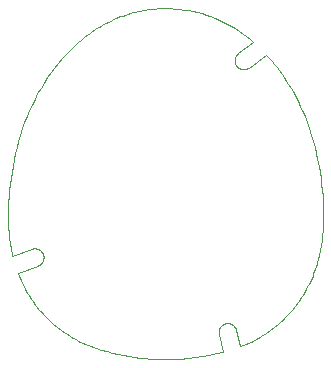
<source format=gbr>
G04 (created by PCBNEW (2013-07-07 BZR 4022)-stable) date 16-09-2014 20:10:18*
%MOIN*%
G04 Gerber Fmt 3.4, Leading zero omitted, Abs format*
%FSLAX34Y34*%
G01*
G70*
G90*
G04 APERTURE LIST*
%ADD10C,0.00590551*%
%ADD11C,0.000393701*%
G04 APERTURE END LIST*
G54D10*
G54D11*
X-4930Y-2984D02*
X-4263Y-2739D01*
X-4263Y-2739D02*
X-4253Y-2735D01*
X-4253Y-2735D02*
X-4244Y-2731D01*
X-4244Y-2731D02*
X-4234Y-2727D01*
X-4234Y-2727D02*
X-4225Y-2722D01*
X-4225Y-2722D02*
X-4216Y-2717D01*
X-4216Y-2717D02*
X-4207Y-2712D01*
X-4207Y-2712D02*
X-4199Y-2706D01*
X-4199Y-2706D02*
X-4190Y-2700D01*
X-4190Y-2700D02*
X-4182Y-2694D01*
X-4182Y-2694D02*
X-4174Y-2687D01*
X-4174Y-2687D02*
X-4166Y-2681D01*
X-4166Y-2681D02*
X-4159Y-2673D01*
X-4159Y-2673D02*
X-4152Y-2666D01*
X-4152Y-2666D02*
X-4145Y-2659D01*
X-4145Y-2659D02*
X-4138Y-2651D01*
X-4138Y-2651D02*
X-4132Y-2643D01*
X-4132Y-2643D02*
X-4125Y-2635D01*
X-4125Y-2635D02*
X-4119Y-2626D01*
X-4119Y-2626D02*
X-4114Y-2617D01*
X-4114Y-2617D02*
X-4109Y-2609D01*
X-4109Y-2609D02*
X-4104Y-2600D01*
X-4104Y-2600D02*
X-4099Y-2590D01*
X-4099Y-2590D02*
X-4095Y-2581D01*
X-4095Y-2581D02*
X-4091Y-2572D01*
X-4091Y-2572D02*
X-4087Y-2562D01*
X-4087Y-2562D02*
X-4084Y-2552D01*
X-4084Y-2552D02*
X-4081Y-2542D01*
X-4081Y-2542D02*
X-4078Y-2532D01*
X-4078Y-2532D02*
X-4076Y-2522D01*
X-4076Y-2522D02*
X-4074Y-2512D01*
X-4074Y-2512D02*
X-4072Y-2502D01*
X-4072Y-2502D02*
X-4071Y-2492D01*
X-4071Y-2492D02*
X-4070Y-2482D01*
X-4070Y-2482D02*
X-4070Y-2471D01*
X-4070Y-2471D02*
X-4070Y-2461D01*
X-4070Y-2461D02*
X-4070Y-2451D01*
X-4070Y-2451D02*
X-4070Y-2440D01*
X-4070Y-2440D02*
X-4071Y-2430D01*
X-4071Y-2430D02*
X-4073Y-2420D01*
X-4073Y-2420D02*
X-4074Y-2410D01*
X-4074Y-2410D02*
X-4076Y-2400D01*
X-4076Y-2400D02*
X-4078Y-2390D01*
X-4078Y-2390D02*
X-4081Y-2380D01*
X-4081Y-2380D02*
X-4084Y-2370D01*
X-4084Y-2370D02*
X-4088Y-2360D01*
X-4088Y-2360D02*
X-4091Y-2350D01*
X-4091Y-2350D02*
X-4095Y-2341D01*
X-4095Y-2341D02*
X-4100Y-2332D01*
X-4100Y-2332D02*
X-4104Y-2323D01*
X-4104Y-2323D02*
X-4109Y-2314D01*
X-4109Y-2314D02*
X-4115Y-2305D01*
X-4115Y-2305D02*
X-4120Y-2296D01*
X-4120Y-2296D02*
X-4126Y-2288D01*
X-4126Y-2288D02*
X-4133Y-2279D01*
X-4133Y-2279D02*
X-4139Y-2271D01*
X-4139Y-2271D02*
X-4146Y-2264D01*
X-4146Y-2264D02*
X-4153Y-2256D01*
X-4153Y-2256D02*
X-4160Y-2249D01*
X-4160Y-2249D02*
X-4168Y-2242D01*
X-4168Y-2242D02*
X-4176Y-2235D01*
X-4176Y-2235D02*
X-4184Y-2229D01*
X-4184Y-2229D02*
X-4192Y-2223D01*
X-4192Y-2223D02*
X-4200Y-2217D01*
X-4200Y-2217D02*
X-4209Y-2211D01*
X-4209Y-2211D02*
X-4218Y-2206D01*
X-4218Y-2206D02*
X-4227Y-2201D01*
X-4227Y-2201D02*
X-4236Y-2196D01*
X-4236Y-2196D02*
X-4245Y-2192D01*
X-4245Y-2192D02*
X-4255Y-2188D01*
X-4255Y-2188D02*
X-4264Y-2184D01*
X-4264Y-2184D02*
X-4274Y-2181D01*
X-4274Y-2181D02*
X-4284Y-2178D01*
X-4284Y-2178D02*
X-4294Y-2175D01*
X-4294Y-2175D02*
X-4304Y-2173D01*
X-4304Y-2173D02*
X-4314Y-2171D01*
X-4314Y-2171D02*
X-4324Y-2169D01*
X-4324Y-2169D02*
X-4334Y-2168D01*
X-4334Y-2168D02*
X-4345Y-2167D01*
X-4345Y-2167D02*
X-4355Y-2167D01*
X-4355Y-2167D02*
X-4365Y-2167D01*
X-4365Y-2167D02*
X-4376Y-2167D01*
X-4376Y-2167D02*
X-4386Y-2167D01*
X-4386Y-2167D02*
X-4396Y-2168D01*
X-4396Y-2168D02*
X-4406Y-2169D01*
X-4406Y-2169D02*
X-4417Y-2171D01*
X-4417Y-2171D02*
X-4427Y-2173D01*
X-4427Y-2173D02*
X-4437Y-2175D01*
X-4437Y-2175D02*
X-4447Y-2178D01*
X-4447Y-2178D02*
X-4456Y-2181D01*
X-4456Y-2181D02*
X-4466Y-2184D01*
X-4466Y-2184D02*
X-5105Y-2418D01*
X-5105Y-2418D02*
X-5127Y-2325D01*
X-5127Y-2325D02*
X-5146Y-2232D01*
X-5146Y-2232D02*
X-5164Y-2137D01*
X-5164Y-2137D02*
X-5181Y-2042D01*
X-5181Y-2042D02*
X-5195Y-1945D01*
X-5195Y-1945D02*
X-5209Y-1847D01*
X-5209Y-1847D02*
X-5230Y-1648D01*
X-5230Y-1648D02*
X-5245Y-1445D01*
X-5245Y-1445D02*
X-5254Y-1237D01*
X-5254Y-1237D02*
X-5256Y-1024D01*
X-5256Y-1024D02*
X-5253Y-806D01*
X-5253Y-806D02*
X-5245Y-614D01*
X-5245Y-614D02*
X-5233Y-418D01*
X-5233Y-418D02*
X-5216Y-219D01*
X-5216Y-219D02*
X-5194Y-18D01*
X-5194Y-18D02*
X-5168Y185D01*
X-5168Y185D02*
X-5137Y390D01*
X-5137Y390D02*
X-5101Y596D01*
X-5101Y596D02*
X-5060Y803D01*
X-5060Y803D02*
X-5014Y1010D01*
X-5014Y1010D02*
X-4964Y1217D01*
X-4964Y1217D02*
X-4908Y1423D01*
X-4908Y1423D02*
X-4847Y1629D01*
X-4847Y1629D02*
X-4781Y1832D01*
X-4781Y1832D02*
X-4709Y2034D01*
X-4709Y2034D02*
X-4632Y2233D01*
X-4632Y2233D02*
X-4550Y2430D01*
X-4550Y2430D02*
X-4463Y2623D01*
X-4463Y2623D02*
X-4370Y2812D01*
X-4370Y2812D02*
X-4272Y2998D01*
X-4272Y2998D02*
X-4169Y3180D01*
X-4169Y3180D02*
X-4062Y3357D01*
X-4062Y3357D02*
X-3949Y3530D01*
X-3949Y3530D02*
X-3833Y3698D01*
X-3833Y3698D02*
X-3712Y3861D01*
X-3712Y3861D02*
X-3587Y4019D01*
X-3587Y4019D02*
X-3458Y4172D01*
X-3458Y4172D02*
X-3325Y4318D01*
X-3325Y4318D02*
X-3189Y4459D01*
X-3189Y4459D02*
X-3120Y4527D01*
X-3120Y4527D02*
X-3050Y4594D01*
X-3050Y4594D02*
X-2979Y4659D01*
X-2979Y4659D02*
X-2907Y4722D01*
X-2907Y4722D02*
X-2834Y4784D01*
X-2834Y4784D02*
X-2761Y4844D01*
X-2761Y4844D02*
X-2687Y4902D01*
X-2687Y4902D02*
X-2612Y4959D01*
X-2612Y4959D02*
X-2537Y5014D01*
X-2537Y5014D02*
X-2461Y5067D01*
X-2461Y5067D02*
X-2384Y5118D01*
X-2384Y5118D02*
X-2307Y5167D01*
X-2307Y5167D02*
X-2229Y5215D01*
X-2229Y5215D02*
X-2150Y5261D01*
X-2150Y5261D02*
X-2072Y5305D01*
X-2072Y5305D02*
X-1992Y5348D01*
X-1992Y5348D02*
X-1912Y5388D01*
X-1912Y5388D02*
X-1832Y5427D01*
X-1832Y5427D02*
X-1751Y5464D01*
X-1751Y5464D02*
X-1670Y5500D01*
X-1670Y5500D02*
X-1588Y5533D01*
X-1588Y5533D02*
X-1506Y5565D01*
X-1506Y5565D02*
X-1424Y5595D01*
X-1424Y5595D02*
X-1342Y5624D01*
X-1342Y5624D02*
X-1259Y5650D01*
X-1259Y5650D02*
X-1176Y5675D01*
X-1176Y5675D02*
X-1093Y5698D01*
X-1093Y5698D02*
X-1009Y5720D01*
X-1009Y5720D02*
X-926Y5740D01*
X-926Y5740D02*
X-842Y5757D01*
X-842Y5757D02*
X-758Y5774D01*
X-758Y5774D02*
X-674Y5788D01*
X-674Y5788D02*
X-590Y5801D01*
X-590Y5801D02*
X-506Y5812D01*
X-506Y5812D02*
X-422Y5821D01*
X-422Y5821D02*
X-338Y5828D01*
X-338Y5828D02*
X-254Y5834D01*
X-254Y5834D02*
X-171Y5838D01*
X-171Y5838D02*
X-87Y5841D01*
X-87Y5841D02*
X-3Y5841D01*
X-3Y5841D02*
X3Y5841D01*
X3Y5841D02*
X156Y5837D01*
X156Y5837D02*
X308Y5828D01*
X308Y5828D02*
X460Y5814D01*
X460Y5814D02*
X611Y5794D01*
X611Y5794D02*
X761Y5770D01*
X761Y5770D02*
X911Y5740D01*
X911Y5740D02*
X1059Y5705D01*
X1059Y5705D02*
X1206Y5665D01*
X1206Y5665D02*
X1351Y5619D01*
X1351Y5619D02*
X1495Y5569D01*
X1495Y5569D02*
X1637Y5514D01*
X1637Y5514D02*
X1778Y5454D01*
X1778Y5454D02*
X1916Y5389D01*
X1916Y5389D02*
X2051Y5320D01*
X2051Y5320D02*
X2184Y5246D01*
X2184Y5246D02*
X2315Y5167D01*
X2315Y5167D02*
X2443Y5084D01*
X2443Y5084D02*
X2567Y4996D01*
X2567Y4996D02*
X2689Y4905D01*
X2689Y4905D02*
X2807Y4809D01*
X2807Y4809D02*
X2923Y4709D01*
X2923Y4709D02*
X2418Y4339D01*
X2418Y4339D02*
X2409Y4332D01*
X2409Y4332D02*
X2401Y4326D01*
X2401Y4326D02*
X2394Y4319D01*
X2394Y4319D02*
X2386Y4312D01*
X2386Y4312D02*
X2379Y4305D01*
X2379Y4305D02*
X2372Y4297D01*
X2372Y4297D02*
X2365Y4290D01*
X2365Y4290D02*
X2359Y4281D01*
X2359Y4281D02*
X2353Y4273D01*
X2353Y4273D02*
X2347Y4265D01*
X2347Y4265D02*
X2341Y4256D01*
X2341Y4256D02*
X2336Y4247D01*
X2336Y4247D02*
X2331Y4238D01*
X2331Y4238D02*
X2326Y4229D01*
X2326Y4229D02*
X2322Y4220D01*
X2322Y4220D02*
X2318Y4210D01*
X2318Y4210D02*
X2314Y4201D01*
X2314Y4201D02*
X2311Y4191D01*
X2311Y4191D02*
X2308Y4181D01*
X2308Y4181D02*
X2305Y4171D01*
X2305Y4171D02*
X2303Y4161D01*
X2303Y4161D02*
X2301Y4151D01*
X2301Y4151D02*
X2300Y4141D01*
X2300Y4141D02*
X2298Y4131D01*
X2298Y4131D02*
X2297Y4120D01*
X2297Y4120D02*
X2297Y4110D01*
X2297Y4110D02*
X2297Y4100D01*
X2297Y4100D02*
X2297Y4090D01*
X2297Y4090D02*
X2298Y4079D01*
X2298Y4079D02*
X2298Y4069D01*
X2298Y4069D02*
X2300Y4059D01*
X2300Y4059D02*
X2301Y4049D01*
X2301Y4049D02*
X2303Y4039D01*
X2303Y4039D02*
X2306Y4029D01*
X2306Y4029D02*
X2308Y4019D01*
X2308Y4019D02*
X2311Y4009D01*
X2311Y4009D02*
X2315Y3999D01*
X2315Y3999D02*
X2318Y3989D01*
X2318Y3989D02*
X2322Y3980D01*
X2322Y3980D02*
X2327Y3971D01*
X2327Y3971D02*
X2332Y3962D01*
X2332Y3962D02*
X2337Y3953D01*
X2337Y3953D02*
X2342Y3944D01*
X2342Y3944D02*
X2347Y3935D01*
X2347Y3935D02*
X2353Y3927D01*
X2353Y3927D02*
X2360Y3918D01*
X2360Y3918D02*
X2366Y3910D01*
X2366Y3910D02*
X2373Y3903D01*
X2373Y3903D02*
X2380Y3895D01*
X2380Y3895D02*
X2387Y3888D01*
X2387Y3888D02*
X2395Y3881D01*
X2395Y3881D02*
X2402Y3874D01*
X2402Y3874D02*
X2410Y3868D01*
X2410Y3868D02*
X2419Y3862D01*
X2419Y3862D02*
X2427Y3856D01*
X2427Y3856D02*
X2436Y3850D01*
X2436Y3850D02*
X2444Y3845D01*
X2444Y3845D02*
X2453Y3840D01*
X2453Y3840D02*
X2463Y3835D01*
X2463Y3835D02*
X2472Y3831D01*
X2472Y3831D02*
X2481Y3827D01*
X2481Y3827D02*
X2491Y3823D01*
X2491Y3823D02*
X2501Y3820D01*
X2501Y3820D02*
X2511Y3817D01*
X2511Y3817D02*
X2521Y3814D01*
X2521Y3814D02*
X2531Y3812D01*
X2531Y3812D02*
X2541Y3810D01*
X2541Y3810D02*
X2551Y3808D01*
X2551Y3808D02*
X2561Y3807D01*
X2561Y3807D02*
X2571Y3806D01*
X2571Y3806D02*
X2582Y3805D01*
X2582Y3805D02*
X2592Y3805D01*
X2592Y3805D02*
X2602Y3805D01*
X2602Y3805D02*
X2612Y3806D01*
X2612Y3806D02*
X2623Y3807D01*
X2623Y3807D02*
X2633Y3808D01*
X2633Y3808D02*
X2643Y3810D01*
X2643Y3810D02*
X2653Y3812D01*
X2653Y3812D02*
X2663Y3814D01*
X2663Y3814D02*
X2673Y3817D01*
X2673Y3817D02*
X2683Y3820D01*
X2683Y3820D02*
X2693Y3823D01*
X2693Y3823D02*
X2702Y3827D01*
X2702Y3827D02*
X2712Y3831D01*
X2712Y3831D02*
X2721Y3835D01*
X2721Y3835D02*
X2730Y3840D01*
X2730Y3840D02*
X2739Y3845D01*
X2739Y3845D02*
X2748Y3850D01*
X2748Y3850D02*
X2757Y3855D01*
X2757Y3855D02*
X2765Y3861D01*
X2765Y3861D02*
X3354Y4288D01*
X3354Y4288D02*
X3443Y4188D01*
X3443Y4188D02*
X3531Y4087D01*
X3531Y4087D02*
X3617Y3982D01*
X3617Y3982D02*
X3701Y3876D01*
X3701Y3876D02*
X3783Y3767D01*
X3783Y3767D02*
X3863Y3655D01*
X3863Y3655D02*
X3942Y3542D01*
X3942Y3542D02*
X4018Y3426D01*
X4018Y3426D02*
X4092Y3308D01*
X4092Y3308D02*
X4164Y3188D01*
X4164Y3188D02*
X4234Y3066D01*
X4234Y3066D02*
X4302Y2942D01*
X4302Y2942D02*
X4368Y2817D01*
X4368Y2817D02*
X4431Y2689D01*
X4431Y2689D02*
X4492Y2560D01*
X4492Y2560D02*
X4550Y2430D01*
X4550Y2430D02*
X4632Y2233D01*
X4632Y2233D02*
X4709Y2034D01*
X4709Y2034D02*
X4781Y1832D01*
X4781Y1832D02*
X4847Y1629D01*
X4847Y1629D02*
X4908Y1423D01*
X4908Y1423D02*
X4964Y1217D01*
X4964Y1217D02*
X5014Y1010D01*
X5014Y1010D02*
X5060Y803D01*
X5060Y803D02*
X5101Y596D01*
X5101Y596D02*
X5137Y390D01*
X5137Y390D02*
X5168Y185D01*
X5168Y185D02*
X5194Y-18D01*
X5194Y-18D02*
X5216Y-219D01*
X5216Y-219D02*
X5233Y-418D01*
X5233Y-418D02*
X5245Y-614D01*
X5245Y-614D02*
X5253Y-806D01*
X5253Y-806D02*
X5256Y-995D01*
X5256Y-995D02*
X5255Y-1180D01*
X5255Y-1180D02*
X5249Y-1361D01*
X5249Y-1361D02*
X5239Y-1539D01*
X5239Y-1539D02*
X5224Y-1713D01*
X5224Y-1713D02*
X5204Y-1884D01*
X5204Y-1884D02*
X5179Y-2052D01*
X5179Y-2052D02*
X5149Y-2216D01*
X5149Y-2216D02*
X5115Y-2378D01*
X5115Y-2378D02*
X5075Y-2537D01*
X5075Y-2537D02*
X5053Y-2615D01*
X5053Y-2615D02*
X5030Y-2692D01*
X5030Y-2692D02*
X5006Y-2769D01*
X5006Y-2769D02*
X4980Y-2846D01*
X4980Y-2846D02*
X4953Y-2921D01*
X4953Y-2921D02*
X4925Y-2996D01*
X4925Y-2996D02*
X4896Y-3071D01*
X4896Y-3071D02*
X4865Y-3144D01*
X4865Y-3144D02*
X4833Y-3218D01*
X4833Y-3218D02*
X4799Y-3290D01*
X4799Y-3290D02*
X4764Y-3362D01*
X4764Y-3362D02*
X4728Y-3434D01*
X4728Y-3434D02*
X4690Y-3505D01*
X4690Y-3505D02*
X4651Y-3575D01*
X4651Y-3575D02*
X4611Y-3645D01*
X4611Y-3645D02*
X4569Y-3714D01*
X4569Y-3714D02*
X4526Y-3782D01*
X4526Y-3782D02*
X4482Y-3850D01*
X4482Y-3850D02*
X4436Y-3917D01*
X4436Y-3917D02*
X4389Y-3984D01*
X4389Y-3984D02*
X4340Y-4049D01*
X4340Y-4049D02*
X4290Y-4114D01*
X4290Y-4114D02*
X4239Y-4178D01*
X4239Y-4178D02*
X4186Y-4241D01*
X4186Y-4241D02*
X4132Y-4303D01*
X4132Y-4303D02*
X4076Y-4365D01*
X4076Y-4365D02*
X4019Y-4425D01*
X4019Y-4425D02*
X3961Y-4484D01*
X3961Y-4484D02*
X3901Y-4543D01*
X3901Y-4543D02*
X3840Y-4600D01*
X3840Y-4600D02*
X3778Y-4656D01*
X3778Y-4656D02*
X3714Y-4711D01*
X3714Y-4711D02*
X3649Y-4765D01*
X3649Y-4765D02*
X3582Y-4818D01*
X3582Y-4818D02*
X3514Y-4870D01*
X3514Y-4870D02*
X3444Y-4920D01*
X3444Y-4920D02*
X3373Y-4970D01*
X3373Y-4970D02*
X3301Y-5018D01*
X3301Y-5018D02*
X3227Y-5064D01*
X3227Y-5064D02*
X3152Y-5110D01*
X3152Y-5110D02*
X3076Y-5154D01*
X3076Y-5154D02*
X2998Y-5196D01*
X2998Y-5196D02*
X2918Y-5238D01*
X2918Y-5238D02*
X2838Y-5277D01*
X2838Y-5277D02*
X2753Y-5317D01*
X2753Y-5317D02*
X2666Y-5355D01*
X2666Y-5355D02*
X2578Y-5392D01*
X2578Y-5392D02*
X2489Y-5427D01*
X2489Y-5427D02*
X2347Y-4881D01*
X2347Y-4881D02*
X2345Y-4871D01*
X2345Y-4871D02*
X2342Y-4861D01*
X2342Y-4861D02*
X2338Y-4852D01*
X2338Y-4852D02*
X2335Y-4842D01*
X2335Y-4842D02*
X2330Y-4833D01*
X2330Y-4833D02*
X2326Y-4824D01*
X2326Y-4824D02*
X2321Y-4815D01*
X2321Y-4815D02*
X2316Y-4806D01*
X2316Y-4806D02*
X2311Y-4797D01*
X2311Y-4797D02*
X2305Y-4789D01*
X2305Y-4789D02*
X2300Y-4780D01*
X2300Y-4780D02*
X2293Y-4772D01*
X2293Y-4772D02*
X2287Y-4764D01*
X2287Y-4764D02*
X2280Y-4757D01*
X2280Y-4757D02*
X2273Y-4749D01*
X2273Y-4749D02*
X2266Y-4742D01*
X2266Y-4742D02*
X2258Y-4735D01*
X2258Y-4735D02*
X2251Y-4728D01*
X2251Y-4728D02*
X2243Y-4722D01*
X2243Y-4722D02*
X2235Y-4716D01*
X2235Y-4716D02*
X2226Y-4710D01*
X2226Y-4710D02*
X2218Y-4704D01*
X2218Y-4704D02*
X2209Y-4699D01*
X2209Y-4699D02*
X2200Y-4694D01*
X2200Y-4694D02*
X2191Y-4690D01*
X2191Y-4690D02*
X2182Y-4685D01*
X2182Y-4685D02*
X2172Y-4681D01*
X2172Y-4681D02*
X2163Y-4678D01*
X2163Y-4678D02*
X2153Y-4674D01*
X2153Y-4674D02*
X2143Y-4671D01*
X2143Y-4671D02*
X2134Y-4669D01*
X2134Y-4669D02*
X2124Y-4666D01*
X2124Y-4666D02*
X2114Y-4664D01*
X2114Y-4664D02*
X2104Y-4663D01*
X2104Y-4663D02*
X2093Y-4662D01*
X2093Y-4662D02*
X2083Y-4661D01*
X2083Y-4661D02*
X2073Y-4660D01*
X2073Y-4660D02*
X2063Y-4660D01*
X2063Y-4660D02*
X2053Y-4660D01*
X2053Y-4660D02*
X2042Y-4660D01*
X2042Y-4660D02*
X2032Y-4661D01*
X2032Y-4661D02*
X2022Y-4662D01*
X2022Y-4662D02*
X2012Y-4664D01*
X2012Y-4664D02*
X2002Y-4666D01*
X2002Y-4666D02*
X1992Y-4668D01*
X1992Y-4668D02*
X1982Y-4671D01*
X1982Y-4671D02*
X1972Y-4674D01*
X1972Y-4674D02*
X1963Y-4677D01*
X1963Y-4677D02*
X1953Y-4680D01*
X1953Y-4680D02*
X1944Y-4684D01*
X1944Y-4684D02*
X1935Y-4689D01*
X1935Y-4689D02*
X1925Y-4693D01*
X1925Y-4693D02*
X1916Y-4698D01*
X1916Y-4698D02*
X1908Y-4703D01*
X1908Y-4703D02*
X1899Y-4709D01*
X1899Y-4709D02*
X1891Y-4714D01*
X1891Y-4714D02*
X1882Y-4720D01*
X1882Y-4720D02*
X1874Y-4727D01*
X1874Y-4727D02*
X1867Y-4733D01*
X1867Y-4733D02*
X1859Y-4740D01*
X1859Y-4740D02*
X1852Y-4747D01*
X1852Y-4747D02*
X1845Y-4755D01*
X1845Y-4755D02*
X1838Y-4762D01*
X1838Y-4762D02*
X1831Y-4770D01*
X1831Y-4770D02*
X1825Y-4778D01*
X1825Y-4778D02*
X1819Y-4786D01*
X1819Y-4786D02*
X1814Y-4795D01*
X1814Y-4795D02*
X1808Y-4804D01*
X1808Y-4804D02*
X1803Y-4812D01*
X1803Y-4812D02*
X1798Y-4821D01*
X1798Y-4821D02*
X1794Y-4831D01*
X1794Y-4831D02*
X1790Y-4840D01*
X1790Y-4840D02*
X1786Y-4849D01*
X1786Y-4849D02*
X1782Y-4859D01*
X1782Y-4859D02*
X1779Y-4869D01*
X1779Y-4869D02*
X1776Y-4879D01*
X1776Y-4879D02*
X1774Y-4888D01*
X1774Y-4888D02*
X1772Y-4898D01*
X1772Y-4898D02*
X1770Y-4908D01*
X1770Y-4908D02*
X1769Y-4919D01*
X1769Y-4919D02*
X1768Y-4929D01*
X1768Y-4929D02*
X1767Y-4939D01*
X1767Y-4939D02*
X1766Y-4949D01*
X1766Y-4949D02*
X1766Y-4959D01*
X1766Y-4959D02*
X1767Y-4969D01*
X1767Y-4969D02*
X1767Y-4980D01*
X1767Y-4980D02*
X1768Y-4990D01*
X1768Y-4990D02*
X1770Y-5000D01*
X1770Y-5000D02*
X1771Y-5010D01*
X1771Y-5010D02*
X1774Y-5020D01*
X1774Y-5020D02*
X1776Y-5030D01*
X1776Y-5030D02*
X1927Y-5608D01*
X1927Y-5608D02*
X1691Y-5666D01*
X1691Y-5666D02*
X1452Y-5717D01*
X1452Y-5717D02*
X1212Y-5760D01*
X1212Y-5760D02*
X971Y-5795D01*
X971Y-5795D02*
X729Y-5823D01*
X729Y-5823D02*
X486Y-5843D01*
X486Y-5843D02*
X243Y-5855D01*
X243Y-5855D02*
X0Y-5859D01*
X0Y-5859D02*
X-163Y-5857D01*
X-163Y-5857D02*
X-332Y-5851D01*
X-332Y-5851D02*
X-506Y-5841D01*
X-506Y-5841D02*
X-683Y-5827D01*
X-683Y-5827D02*
X-863Y-5808D01*
X-863Y-5808D02*
X-1045Y-5785D01*
X-1045Y-5785D02*
X-1230Y-5757D01*
X-1230Y-5757D02*
X-1414Y-5725D01*
X-1414Y-5725D02*
X-1600Y-5687D01*
X-1600Y-5687D02*
X-1784Y-5645D01*
X-1784Y-5645D02*
X-1967Y-5597D01*
X-1967Y-5597D02*
X-2148Y-5544D01*
X-2148Y-5544D02*
X-2327Y-5486D01*
X-2327Y-5486D02*
X-2414Y-5455D01*
X-2414Y-5455D02*
X-2501Y-5422D01*
X-2501Y-5422D02*
X-2587Y-5388D01*
X-2587Y-5388D02*
X-2672Y-5353D01*
X-2672Y-5353D02*
X-2755Y-5316D01*
X-2755Y-5316D02*
X-2838Y-5277D01*
X-2838Y-5277D02*
X-2918Y-5238D01*
X-2918Y-5238D02*
X-2998Y-5196D01*
X-2998Y-5196D02*
X-3076Y-5154D01*
X-3076Y-5154D02*
X-3152Y-5110D01*
X-3152Y-5110D02*
X-3227Y-5064D01*
X-3227Y-5064D02*
X-3301Y-5018D01*
X-3301Y-5018D02*
X-3373Y-4970D01*
X-3373Y-4970D02*
X-3444Y-4920D01*
X-3444Y-4920D02*
X-3514Y-4870D01*
X-3514Y-4870D02*
X-3582Y-4818D01*
X-3582Y-4818D02*
X-3649Y-4765D01*
X-3649Y-4765D02*
X-3714Y-4711D01*
X-3714Y-4711D02*
X-3778Y-4656D01*
X-3778Y-4656D02*
X-3840Y-4600D01*
X-3840Y-4600D02*
X-3901Y-4543D01*
X-3901Y-4543D02*
X-3961Y-4484D01*
X-3961Y-4484D02*
X-4019Y-4425D01*
X-4019Y-4425D02*
X-4076Y-4365D01*
X-4076Y-4365D02*
X-4132Y-4303D01*
X-4132Y-4303D02*
X-4186Y-4241D01*
X-4186Y-4241D02*
X-4239Y-4178D01*
X-4239Y-4178D02*
X-4290Y-4114D01*
X-4290Y-4114D02*
X-4340Y-4049D01*
X-4340Y-4049D02*
X-4389Y-3984D01*
X-4389Y-3984D02*
X-4436Y-3917D01*
X-4436Y-3917D02*
X-4482Y-3850D01*
X-4482Y-3850D02*
X-4526Y-3782D01*
X-4526Y-3782D02*
X-4569Y-3714D01*
X-4569Y-3714D02*
X-4611Y-3645D01*
X-4611Y-3645D02*
X-4651Y-3575D01*
X-4651Y-3575D02*
X-4690Y-3505D01*
X-4690Y-3505D02*
X-4728Y-3434D01*
X-4728Y-3434D02*
X-4783Y-3323D01*
X-4783Y-3323D02*
X-4835Y-3212D01*
X-4835Y-3212D02*
X-4884Y-3099D01*
X-4884Y-3099D02*
X-4930Y-2984D01*
M02*

</source>
